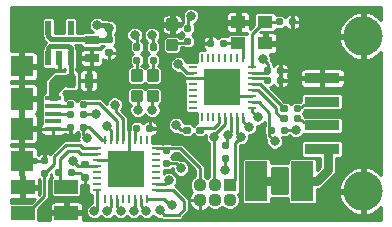
<source format=gtl>
G75*
G70*
%OFA0B0*%
%FSLAX24Y24*%
%IPPOS*%
%LPD*%
%AMOC8*
5,1,8,0,0,1.08239X$1,22.5*
%
%ADD10R,0.0315X0.0472*%
%ADD11C,0.0130*%
%ADD12R,0.0472X0.0315*%
%ADD13R,0.0748X0.1339*%
%ADD14R,0.0551X0.0138*%
%ADD15R,0.0748X0.0709*%
%ADD16R,0.0748X0.0748*%
%ADD17C,0.1310*%
%ADD18R,0.1181X0.0354*%
%ADD19C,0.0440*%
%ADD20R,0.0440X0.0440*%
%ADD21C,0.0118*%
%ADD22R,0.0315X0.0112*%
%ADD23R,0.0112X0.0315*%
%ADD24R,0.1240X0.1240*%
%ADD25R,0.0787X0.0472*%
%ADD26R,0.0512X0.0433*%
%ADD27R,0.0217X0.0472*%
%ADD28C,0.0100*%
%ADD29C,0.0330*%
%ADD30C,0.0160*%
%ADD31C,0.0300*%
D10*
X003355Y006000D03*
X003945Y006000D03*
D11*
X003820Y005251D02*
X003714Y005251D01*
X003820Y005251D02*
X003820Y005145D01*
X003714Y005145D01*
X003714Y005251D01*
X003386Y005251D02*
X003280Y005251D01*
X003386Y005251D02*
X003386Y005145D01*
X003280Y005145D01*
X003280Y005251D01*
X003280Y004911D02*
X003386Y004911D01*
X003386Y004805D01*
X003280Y004805D01*
X003280Y004911D01*
X003714Y004911D02*
X003820Y004911D01*
X003820Y004805D01*
X003714Y004805D01*
X003714Y004911D01*
X003714Y004503D02*
X003820Y004503D01*
X003820Y004397D01*
X003714Y004397D01*
X003714Y004503D01*
X003386Y004503D02*
X003280Y004503D01*
X003386Y004503D02*
X003386Y004397D01*
X003280Y004397D01*
X003280Y004503D01*
X002523Y003380D02*
X002523Y003274D01*
X002417Y003274D01*
X002417Y003380D01*
X002523Y003380D01*
X002523Y002946D02*
X002523Y002840D01*
X002417Y002840D01*
X002417Y002946D01*
X002523Y002946D01*
X002880Y002877D02*
X002986Y002877D01*
X002880Y002877D02*
X002880Y002983D01*
X002986Y002983D01*
X002986Y002877D01*
X003314Y002877D02*
X003420Y002877D01*
X003314Y002877D02*
X003314Y002983D01*
X003420Y002983D01*
X003420Y002877D01*
X003767Y002826D02*
X003767Y002720D01*
X003767Y002826D02*
X003873Y002826D01*
X003873Y002720D01*
X003767Y002720D01*
X003767Y003154D02*
X003767Y003260D01*
X003873Y003260D01*
X003873Y003154D01*
X003767Y003154D01*
X005495Y004357D02*
X005601Y004357D01*
X005495Y004357D02*
X005495Y004463D01*
X005601Y004463D01*
X005601Y004357D01*
X005929Y004357D02*
X006035Y004357D01*
X005929Y004357D02*
X005929Y004463D01*
X006035Y004463D01*
X006035Y004357D01*
X006497Y003730D02*
X006497Y003624D01*
X006497Y003730D02*
X006603Y003730D01*
X006603Y003624D01*
X006497Y003624D01*
X006497Y003296D02*
X006497Y003190D01*
X006497Y003296D02*
X006603Y003296D01*
X006603Y003190D01*
X006497Y003190D01*
X007170Y004403D02*
X007276Y004403D01*
X007276Y004297D01*
X007170Y004297D01*
X007170Y004403D01*
X007604Y004403D02*
X007710Y004403D01*
X007710Y004297D01*
X007604Y004297D01*
X007604Y004403D01*
X008447Y003895D02*
X008447Y003789D01*
X008447Y003895D02*
X008553Y003895D01*
X008553Y003789D01*
X008447Y003789D01*
X008447Y003461D02*
X008447Y003355D01*
X008447Y003461D02*
X008553Y003461D01*
X008553Y003355D01*
X008447Y003355D01*
X009980Y004297D02*
X010086Y004297D01*
X009980Y004297D02*
X009980Y004403D01*
X010086Y004403D01*
X010086Y004297D01*
X010414Y004297D02*
X010520Y004297D01*
X010414Y004297D02*
X010414Y004403D01*
X010520Y004403D01*
X010520Y004297D01*
X010511Y004677D02*
X010405Y004677D01*
X010405Y004783D01*
X010511Y004783D01*
X010511Y004677D01*
X010839Y004677D02*
X010945Y004677D01*
X010839Y004677D02*
X010839Y004783D01*
X010945Y004783D01*
X010945Y004677D01*
X010945Y005017D02*
X010839Y005017D01*
X010839Y005123D01*
X010945Y005123D01*
X010945Y005017D01*
X010511Y005017D02*
X010405Y005017D01*
X010405Y005123D01*
X010511Y005123D01*
X010511Y005017D01*
X010400Y005957D02*
X010294Y005957D01*
X010294Y006063D01*
X010400Y006063D01*
X010400Y005957D01*
X009966Y005957D02*
X009860Y005957D01*
X009860Y006063D01*
X009966Y006063D01*
X009966Y005957D01*
X009966Y006277D02*
X009860Y006277D01*
X009860Y006383D01*
X009966Y006383D01*
X009966Y006277D01*
X010294Y006277D02*
X010400Y006277D01*
X010294Y006277D02*
X010294Y006383D01*
X010400Y006383D01*
X010400Y006277D01*
X008500Y007298D02*
X008394Y007298D01*
X008500Y007298D02*
X008500Y007192D01*
X008394Y007192D01*
X008394Y007298D01*
X008066Y007298D02*
X007960Y007298D01*
X008066Y007298D02*
X008066Y007192D01*
X007960Y007192D01*
X007960Y007298D01*
X007303Y007255D02*
X007303Y007361D01*
X007303Y007255D02*
X007197Y007255D01*
X007197Y007361D01*
X007303Y007361D01*
X007303Y007689D02*
X007303Y007795D01*
X007303Y007689D02*
X007197Y007689D01*
X007197Y007795D01*
X007303Y007795D01*
X006042Y007170D02*
X006042Y007064D01*
X006042Y007170D02*
X006148Y007170D01*
X006148Y007064D01*
X006042Y007064D01*
X005492Y007064D02*
X005492Y007170D01*
X005598Y007170D01*
X005598Y007064D01*
X005492Y007064D01*
X005492Y006736D02*
X005492Y006630D01*
X005492Y006736D02*
X005598Y006736D01*
X005598Y006630D01*
X005492Y006630D01*
X006042Y006630D02*
X006042Y006736D01*
X006148Y006736D01*
X006148Y006630D01*
X006042Y006630D01*
X004567Y006870D02*
X004567Y006976D01*
X004673Y006976D01*
X004673Y006870D01*
X004567Y006870D01*
X004567Y007304D02*
X004567Y007410D01*
X004673Y007410D01*
X004673Y007304D01*
X004567Y007304D01*
X010250Y007907D02*
X010356Y007907D01*
X010250Y007907D02*
X010250Y008013D01*
X010356Y008013D01*
X010356Y007907D01*
X010684Y007907D02*
X010790Y007907D01*
X010684Y007907D02*
X010684Y008013D01*
X010790Y008013D01*
X010790Y007907D01*
D12*
X004040Y007345D03*
X004040Y006755D03*
D13*
X009532Y002650D03*
X011068Y002650D03*
D14*
X002763Y004388D03*
X002763Y004644D03*
X002763Y004900D03*
X002763Y005156D03*
X002763Y005412D03*
D15*
X001720Y006475D03*
X001720Y003325D03*
D16*
X001720Y004400D03*
X001720Y005400D03*
D17*
X013090Y007485D03*
X013090Y002315D03*
D18*
X011732Y003719D03*
X011732Y004506D03*
X011732Y005294D03*
X011732Y006081D03*
D19*
X008150Y002520D03*
X007650Y002520D03*
X007650Y002020D03*
X008150Y002020D03*
X008650Y002020D03*
D20*
X008650Y002520D03*
D21*
X006233Y005618D02*
X005957Y005618D01*
X006233Y005618D02*
X006233Y005342D01*
X005957Y005342D01*
X005957Y005618D01*
X005957Y005459D02*
X006233Y005459D01*
X006233Y005576D02*
X005957Y005576D01*
X005683Y005618D02*
X005407Y005618D01*
X005683Y005618D02*
X005683Y005342D01*
X005407Y005342D01*
X005407Y005618D01*
X005407Y005459D02*
X005683Y005459D01*
X005683Y005576D02*
X005407Y005576D01*
X005407Y006308D02*
X005683Y006308D01*
X005683Y006032D01*
X005407Y006032D01*
X005407Y006308D01*
X005407Y006149D02*
X005683Y006149D01*
X005683Y006266D02*
X005407Y006266D01*
X005957Y006308D02*
X006233Y006308D01*
X006233Y006032D01*
X005957Y006032D01*
X005957Y006308D01*
X005957Y006149D02*
X006233Y006149D01*
X006233Y006266D02*
X005957Y006266D01*
X006587Y007042D02*
X006863Y007042D01*
X006587Y007042D02*
X006587Y007318D01*
X006863Y007318D01*
X006863Y007042D01*
X006863Y007159D02*
X006587Y007159D01*
X006587Y007276D02*
X006863Y007276D01*
X006863Y007732D02*
X006587Y007732D01*
X006587Y008008D01*
X006863Y008008D01*
X006863Y007732D01*
X006863Y007849D02*
X006587Y007849D01*
X006587Y007966D02*
X006863Y007966D01*
D22*
X007416Y006464D03*
X007416Y006267D03*
X007416Y006070D03*
X007416Y005873D03*
X007416Y005677D03*
X007416Y005480D03*
X007416Y005283D03*
X007416Y005086D03*
X009384Y005086D03*
X009384Y005283D03*
X009384Y005480D03*
X009384Y005677D03*
X009384Y005873D03*
X009384Y006070D03*
X009384Y006267D03*
X009384Y006464D03*
X006174Y003739D03*
X006174Y003542D03*
X006174Y003345D03*
X006174Y003148D03*
X006174Y002952D03*
X006174Y002755D03*
X006174Y002558D03*
X006174Y002361D03*
X004206Y002361D03*
X004206Y002558D03*
X004206Y002755D03*
X004206Y002952D03*
X004206Y003148D03*
X004206Y003345D03*
X004206Y003542D03*
X004206Y003739D03*
D23*
X004501Y004034D03*
X004698Y004034D03*
X004895Y004034D03*
X005092Y004034D03*
X005288Y004034D03*
X005485Y004034D03*
X005682Y004034D03*
X005879Y004034D03*
X007711Y004791D03*
X007908Y004791D03*
X008105Y004791D03*
X008302Y004791D03*
X008498Y004791D03*
X008695Y004791D03*
X008892Y004791D03*
X009089Y004791D03*
X009089Y006759D03*
X008892Y006759D03*
X008695Y006759D03*
X008498Y006759D03*
X008302Y006759D03*
X008105Y006759D03*
X007908Y006759D03*
X007711Y006759D03*
X005879Y002066D03*
X005682Y002066D03*
X005485Y002066D03*
X005288Y002066D03*
X005092Y002066D03*
X004895Y002066D03*
X004698Y002066D03*
X004501Y002066D03*
D24*
X005190Y003050D03*
X008400Y005775D03*
D25*
X003198Y002453D03*
X001742Y002453D03*
X001742Y001587D03*
X003198Y001587D03*
D26*
X008922Y007241D03*
X009828Y007241D03*
X009828Y007949D03*
X008922Y007949D03*
D27*
X003344Y007762D03*
X002596Y007762D03*
X002596Y006738D03*
X002970Y006738D03*
X003344Y006738D03*
D28*
X002245Y001709D02*
X002245Y001350D01*
X002655Y001350D01*
X002655Y001537D01*
X003148Y001537D01*
X003148Y001637D01*
X002655Y001637D01*
X002655Y001843D01*
X002665Y001881D01*
X002685Y001915D01*
X002713Y001943D01*
X002747Y001963D01*
X002785Y001973D01*
X003148Y001973D01*
X003148Y001637D01*
X003248Y001637D01*
X003248Y001973D01*
X003612Y001973D01*
X003650Y001963D01*
X003684Y001943D01*
X003712Y001915D01*
X003732Y001881D01*
X003742Y001843D01*
X003742Y001637D01*
X003248Y001637D01*
X003248Y001537D01*
X003742Y001537D01*
X003742Y001350D01*
X013700Y001350D01*
X013700Y001788D01*
X013697Y001783D01*
X013622Y001708D01*
X013538Y001644D01*
X013447Y001591D01*
X013349Y001551D01*
X013247Y001524D01*
X013143Y001510D01*
X013140Y001510D01*
X013140Y002265D01*
X013040Y002265D01*
X013040Y001510D01*
X013037Y001510D01*
X012933Y001524D01*
X012831Y001551D01*
X012733Y001591D01*
X012642Y001644D01*
X012558Y001708D01*
X012483Y001783D01*
X012419Y001867D01*
X012366Y001958D01*
X012326Y002056D01*
X012299Y002158D01*
X012285Y002262D01*
X012285Y002265D01*
X013040Y002265D01*
X013040Y002365D01*
X013040Y003120D01*
X013037Y003120D01*
X012933Y003106D01*
X012831Y003079D01*
X012733Y003039D01*
X012642Y002986D01*
X012558Y002922D01*
X012483Y002847D01*
X012419Y002763D01*
X012366Y002672D01*
X012326Y002574D01*
X012299Y002472D01*
X012285Y002368D01*
X012285Y002365D01*
X013040Y002365D01*
X013140Y002365D01*
X013140Y003120D01*
X013143Y003120D01*
X013247Y003106D01*
X013349Y003079D01*
X013447Y003039D01*
X013538Y002986D01*
X013622Y002922D01*
X013697Y002847D01*
X013700Y002842D01*
X013700Y006958D01*
X013697Y006953D01*
X013622Y006878D01*
X013538Y006814D01*
X013447Y006761D01*
X013349Y006721D01*
X013247Y006694D01*
X013143Y006680D01*
X013140Y006680D01*
X013140Y007435D01*
X013040Y007435D01*
X013040Y006680D01*
X013037Y006680D01*
X012933Y006694D01*
X012831Y006721D01*
X012733Y006761D01*
X012642Y006814D01*
X012558Y006878D01*
X012483Y006953D01*
X012419Y007037D01*
X012366Y007128D01*
X012326Y007226D01*
X012299Y007328D01*
X012285Y007432D01*
X012285Y007435D01*
X013040Y007435D01*
X013040Y007535D01*
X013040Y008290D01*
X013037Y008290D01*
X012933Y008276D01*
X012831Y008249D01*
X012733Y008209D01*
X012642Y008156D01*
X012558Y008092D01*
X012483Y008017D01*
X012419Y007933D01*
X012366Y007842D01*
X012326Y007744D01*
X012299Y007642D01*
X012285Y007538D01*
X012285Y007535D01*
X013040Y007535D01*
X013140Y007535D01*
X013140Y008290D01*
X013143Y008290D01*
X013247Y008276D01*
X013349Y008249D01*
X013447Y008209D01*
X013538Y008156D01*
X013622Y008092D01*
X013697Y008017D01*
X013700Y008012D01*
X013700Y008450D01*
X001350Y008450D01*
X001350Y006979D01*
X001670Y006979D01*
X001670Y006525D01*
X001770Y006525D01*
X001770Y006979D01*
X002114Y006979D01*
X002152Y006969D01*
X002186Y006949D01*
X002214Y006921D01*
X002234Y006887D01*
X002244Y006849D01*
X002244Y006525D01*
X001770Y006525D01*
X001770Y006425D01*
X002244Y006425D01*
X002244Y006101D01*
X002234Y006063D01*
X002214Y006028D01*
X002186Y006000D01*
X002152Y005981D01*
X002114Y005970D01*
X001770Y005970D01*
X001770Y006425D01*
X001670Y006425D01*
X001670Y005970D01*
X001350Y005970D01*
X001350Y005924D01*
X001670Y005924D01*
X001670Y005450D01*
X001770Y005450D01*
X001770Y005924D01*
X002114Y005924D01*
X002152Y005914D01*
X002186Y005894D01*
X002214Y005866D01*
X002234Y005832D01*
X002244Y005794D01*
X002244Y005450D01*
X001770Y005450D01*
X001770Y005350D01*
X002244Y005350D01*
X002244Y005006D01*
X002234Y004968D01*
X002214Y004934D01*
X002186Y004906D01*
X002176Y004900D01*
X002186Y004894D01*
X002214Y004866D01*
X002234Y004832D01*
X002244Y004794D01*
X002244Y004450D01*
X001770Y004450D01*
X001770Y004350D01*
X002244Y004350D01*
X002244Y004006D01*
X002234Y003968D01*
X002214Y003934D01*
X002186Y003906D01*
X002152Y003886D01*
X002114Y003876D01*
X001770Y003876D01*
X001770Y004350D01*
X001670Y004350D01*
X001670Y003876D01*
X001350Y003876D01*
X001350Y003830D01*
X001670Y003830D01*
X001670Y003375D01*
X001770Y003375D01*
X002202Y003375D01*
X002202Y003336D01*
X002461Y003336D01*
X002461Y003595D01*
X002389Y003595D01*
X002334Y003580D01*
X002285Y003552D01*
X002245Y003512D01*
X002244Y003510D01*
X002244Y003699D01*
X002234Y003737D01*
X002214Y003772D01*
X002186Y003800D01*
X002152Y003819D01*
X002114Y003830D01*
X001770Y003830D01*
X001770Y003375D01*
X001770Y003275D01*
X001770Y002821D01*
X001792Y002821D01*
X001792Y002503D01*
X002285Y002503D01*
X002285Y002709D01*
X002280Y002730D01*
X002310Y002700D01*
X002310Y002226D01*
X002285Y002202D01*
X002285Y002403D01*
X001792Y002403D01*
X001792Y002503D01*
X001692Y002503D01*
X001692Y002839D01*
X001670Y002839D01*
X001670Y003275D01*
X001770Y003275D01*
X002202Y003275D01*
X002202Y003317D01*
X001770Y003317D01*
X001770Y003219D02*
X001670Y003219D01*
X001670Y003120D02*
X001770Y003120D01*
X001770Y003022D02*
X001670Y003022D01*
X001670Y002923D02*
X001770Y002923D01*
X001770Y002825D02*
X001692Y002825D01*
X001692Y002726D02*
X001792Y002726D01*
X001792Y002628D02*
X001692Y002628D01*
X001692Y002529D02*
X001792Y002529D01*
X001792Y002431D02*
X002310Y002431D01*
X002310Y002529D02*
X002285Y002529D01*
X002285Y002628D02*
X002310Y002628D01*
X002284Y002726D02*
X002281Y002726D01*
X002470Y002893D02*
X002800Y003223D01*
X002800Y003470D01*
X003180Y003850D01*
X003650Y003850D01*
X003761Y003739D01*
X004206Y003739D01*
X004206Y003542D02*
X003688Y003542D01*
X003580Y003650D01*
X003268Y003650D01*
X002996Y003378D01*
X002996Y002998D01*
X002933Y002930D01*
X003000Y002930D01*
X003000Y002580D01*
X003198Y002580D01*
X003198Y002453D01*
X002695Y002431D02*
X002630Y002431D01*
X002630Y002529D02*
X002695Y002529D01*
X002695Y002628D02*
X002630Y002628D01*
X002630Y002700D02*
X002698Y002768D01*
X002698Y002895D01*
X002705Y002903D01*
X002705Y002804D01*
X002735Y002775D01*
X002695Y002735D01*
X002695Y002171D01*
X002759Y002107D01*
X003638Y002107D01*
X003702Y002171D01*
X003702Y002515D01*
X003739Y002505D01*
X003811Y002505D01*
X003811Y002764D01*
X003829Y002764D01*
X003829Y002505D01*
X003901Y002505D01*
X003938Y002515D01*
X003938Y002259D01*
X004003Y002195D01*
X004046Y002195D01*
X004046Y001908D01*
X003974Y001878D01*
X003897Y001801D01*
X003855Y001700D01*
X003855Y001590D01*
X003897Y001489D01*
X003974Y001412D01*
X004075Y001370D01*
X004185Y001370D01*
X004286Y001412D01*
X004350Y001476D01*
X004409Y001417D01*
X004510Y001375D01*
X004620Y001375D01*
X004721Y001417D01*
X004790Y001486D01*
X004859Y001417D01*
X004960Y001375D01*
X005070Y001375D01*
X005171Y001417D01*
X005228Y001474D01*
X005284Y001417D01*
X005385Y001375D01*
X005495Y001375D01*
X005596Y001417D01*
X005652Y001474D01*
X005709Y001417D01*
X005810Y001375D01*
X005920Y001375D01*
X006021Y001417D01*
X006098Y001494D01*
X006101Y001500D01*
X006159Y001442D01*
X006260Y001400D01*
X006364Y001400D01*
X006395Y001369D01*
X007009Y001369D01*
X007103Y001462D01*
X007103Y001462D01*
X007186Y001545D01*
X007280Y001639D01*
X007280Y002056D01*
X007280Y002020D01*
X007650Y002020D01*
X007650Y001650D01*
X007686Y001650D01*
X007758Y001664D01*
X007825Y001692D01*
X007886Y001733D01*
X007928Y001775D01*
X007963Y001740D01*
X008084Y001690D01*
X008216Y001690D01*
X008337Y001740D01*
X008400Y001803D01*
X008463Y001740D01*
X008584Y001690D01*
X008716Y001690D01*
X008837Y001740D01*
X008930Y001833D01*
X008980Y001954D01*
X008980Y002086D01*
X008931Y002205D01*
X008980Y002254D01*
X008980Y002624D01*
X008985Y002629D01*
X008985Y003850D01*
X009080Y003850D01*
X009181Y003892D01*
X009258Y003969D01*
X009300Y004070D01*
X009300Y004175D01*
X009330Y004175D01*
X009431Y004217D01*
X009508Y004294D01*
X009550Y004395D01*
X009550Y004500D01*
X009630Y004500D01*
X009731Y004542D01*
X009808Y004619D01*
X009810Y004624D01*
X009810Y004480D01*
X009805Y004476D01*
X009805Y004283D01*
X009804Y004270D01*
X009805Y004269D01*
X009805Y004224D01*
X009810Y004220D01*
X009810Y004079D01*
X009865Y004024D01*
X009865Y003920D01*
X009907Y003819D01*
X009984Y003742D01*
X010085Y003700D01*
X010195Y003700D01*
X010296Y003742D01*
X010373Y003819D01*
X010415Y003920D01*
X010415Y004030D01*
X010377Y004122D01*
X010592Y004122D01*
X010641Y004170D01*
X010694Y004117D01*
X010795Y004075D01*
X010905Y004075D01*
X011006Y004117D01*
X011083Y004194D01*
X011094Y004221D01*
X011096Y004219D01*
X012368Y004219D01*
X012432Y004284D01*
X012432Y004729D01*
X012368Y004793D01*
X011153Y004793D01*
X011120Y004827D01*
X011120Y004856D01*
X011075Y004900D01*
X011120Y004944D01*
X011120Y004973D01*
X011153Y005007D01*
X012368Y005007D01*
X012432Y005071D01*
X012432Y005516D01*
X012368Y005581D01*
X011096Y005581D01*
X011031Y005516D01*
X011031Y005330D01*
X011024Y005330D01*
X010992Y005298D01*
X010766Y005298D01*
X010675Y005207D01*
X010584Y005298D01*
X010468Y005298D01*
X009984Y005782D01*
X010039Y005782D01*
X010107Y005850D01*
X010121Y005825D01*
X010161Y005785D01*
X010210Y005757D01*
X010265Y005742D01*
X010337Y005742D01*
X010337Y006001D01*
X010356Y006001D01*
X010356Y006019D01*
X010615Y006019D01*
X010615Y006091D01*
X010600Y006146D01*
X010586Y006170D01*
X010600Y006194D01*
X010615Y006249D01*
X010615Y006321D01*
X010356Y006321D01*
X010356Y006339D01*
X010615Y006339D01*
X010615Y006411D01*
X010600Y006466D01*
X010572Y006515D01*
X010532Y006555D01*
X010483Y006583D01*
X010428Y006598D01*
X010356Y006598D01*
X010356Y006339D01*
X010337Y006339D01*
X010337Y006598D01*
X010265Y006598D01*
X010210Y006583D01*
X010161Y006555D01*
X010121Y006515D01*
X010107Y006490D01*
X010073Y006524D01*
X010073Y006618D01*
X010030Y006661D01*
X010030Y006765D01*
X009988Y006866D01*
X009980Y006874D01*
X010103Y006874D01*
X010142Y006884D01*
X010176Y006904D01*
X010204Y006932D01*
X010223Y006966D01*
X010234Y007004D01*
X010234Y007191D01*
X009878Y007191D01*
X009878Y007291D01*
X009778Y007291D01*
X009778Y007607D01*
X009663Y007607D01*
X009679Y007623D01*
X010129Y007623D01*
X010194Y007687D01*
X010194Y007732D01*
X010429Y007732D01*
X010497Y007800D01*
X010511Y007775D01*
X010551Y007735D01*
X010600Y007707D01*
X010655Y007692D01*
X010727Y007692D01*
X010727Y007951D01*
X010746Y007951D01*
X010746Y007969D01*
X011005Y007969D01*
X011005Y008041D01*
X010990Y008096D01*
X010962Y008145D01*
X010922Y008185D01*
X010873Y008213D01*
X010818Y008228D01*
X010746Y008228D01*
X010746Y007969D01*
X010727Y007969D01*
X010727Y008228D01*
X010655Y008228D01*
X010600Y008213D01*
X010551Y008185D01*
X010511Y008145D01*
X010497Y008120D01*
X010429Y008188D01*
X010194Y008188D01*
X010194Y008211D01*
X010129Y008276D01*
X009526Y008276D01*
X009462Y008211D01*
X009462Y007858D01*
X009328Y007724D01*
X009328Y007899D01*
X008972Y007899D01*
X008972Y007583D01*
X009198Y007583D01*
X009224Y007590D01*
X009224Y007567D01*
X008621Y007567D01*
X008556Y007503D01*
X008556Y007473D01*
X008321Y007473D01*
X008253Y007405D01*
X008239Y007430D01*
X008199Y007470D01*
X008150Y007498D01*
X008095Y007513D01*
X008023Y007513D01*
X008023Y007254D01*
X008004Y007254D01*
X008004Y007236D01*
X007745Y007236D01*
X007745Y007164D01*
X007760Y007109D01*
X007788Y007060D01*
X007032Y007060D01*
X007032Y007109D02*
X007096Y007109D01*
X007124Y007080D01*
X007376Y007080D01*
X007478Y007183D01*
X007478Y007434D01*
X007387Y007525D01*
X007478Y007616D01*
X007478Y007867D01*
X007451Y007894D01*
X007506Y007917D01*
X007583Y007994D01*
X007625Y008095D01*
X007625Y008205D01*
X007583Y008306D01*
X007506Y008383D01*
X007405Y008425D01*
X007295Y008425D01*
X007194Y008383D01*
X007117Y008306D01*
X007075Y008205D01*
X007075Y008095D01*
X007090Y008059D01*
X007090Y007935D01*
X007022Y007867D01*
X007022Y007822D01*
X006773Y007822D01*
X006773Y007523D01*
X006890Y007523D01*
X006943Y007538D01*
X006991Y007565D01*
X007030Y007604D01*
X007031Y007606D01*
X007113Y007525D01*
X007022Y007434D01*
X007022Y007429D01*
X006990Y007429D01*
X006933Y007487D01*
X006517Y007487D01*
X006418Y007388D01*
X006418Y006972D01*
X006517Y006873D01*
X006933Y006873D01*
X007032Y006972D01*
X007032Y007109D01*
X007021Y006962D02*
X007545Y006962D01*
X007545Y006630D01*
X007213Y006630D01*
X007200Y006618D01*
X007168Y006696D01*
X007091Y006773D01*
X006990Y006815D01*
X006880Y006815D01*
X006779Y006773D01*
X006702Y006696D01*
X006660Y006595D01*
X006660Y006485D01*
X006702Y006384D01*
X006779Y006307D01*
X006880Y006265D01*
X006984Y006265D01*
X007108Y006140D01*
X007108Y006070D01*
X007108Y005995D01*
X007118Y005956D01*
X007138Y005922D01*
X007148Y005912D01*
X007148Y004984D01*
X007213Y004920D01*
X007545Y004920D01*
X007545Y004588D01*
X007555Y004578D01*
X007531Y004578D01*
X007440Y004487D01*
X007349Y004578D01*
X007124Y004578D01*
X007088Y004666D01*
X007011Y004743D01*
X006910Y004785D01*
X006800Y004785D01*
X006699Y004743D01*
X006622Y004666D01*
X006580Y004565D01*
X006580Y004455D01*
X006622Y004354D01*
X006699Y004277D01*
X006800Y004235D01*
X006904Y004235D01*
X006949Y004190D01*
X007030Y004190D01*
X007098Y004122D01*
X007349Y004122D01*
X007440Y004213D01*
X007531Y004122D01*
X007782Y004122D01*
X007852Y004192D01*
X007845Y004175D01*
X007845Y004065D01*
X007887Y003964D01*
X007960Y003891D01*
X007960Y002797D01*
X007900Y002737D01*
X007837Y002800D01*
X007810Y002811D01*
X007810Y003035D01*
X007811Y003035D01*
X007810Y003101D01*
X007810Y003166D01*
X007809Y003167D01*
X007809Y003168D01*
X007763Y003214D01*
X007716Y003260D01*
X007715Y003260D01*
X007176Y003790D01*
X007066Y003900D01*
X006680Y003900D01*
X006676Y003905D01*
X006523Y003905D01*
X006501Y003911D01*
X006488Y003905D01*
X006424Y003905D01*
X006419Y003899D01*
X006383Y003899D01*
X006377Y003905D01*
X006045Y003905D01*
X006045Y004142D01*
X006063Y004142D01*
X006118Y004157D01*
X006167Y004185D01*
X006207Y004225D01*
X006235Y004274D01*
X006250Y004329D01*
X006250Y004401D01*
X005991Y004401D01*
X005991Y004419D01*
X006250Y004419D01*
X006250Y004491D01*
X006235Y004546D01*
X006207Y004595D01*
X006167Y004635D01*
X006118Y004663D01*
X006063Y004678D01*
X005991Y004678D01*
X005991Y004419D01*
X005972Y004419D01*
X005972Y004678D01*
X005900Y004678D01*
X005845Y004663D01*
X005796Y004635D01*
X005756Y004595D01*
X005742Y004570D01*
X005674Y004638D01*
X005423Y004638D01*
X005320Y004536D01*
X005320Y004342D01*
X005288Y004342D01*
X005252Y004342D01*
X005252Y004795D01*
X005158Y004888D01*
X005025Y005021D01*
X005048Y005044D01*
X005090Y005145D01*
X005090Y005255D01*
X005048Y005356D01*
X004971Y005433D01*
X004870Y005475D01*
X004760Y005475D01*
X004659Y005433D01*
X004582Y005356D01*
X004540Y005255D01*
X004540Y005229D01*
X004359Y005410D01*
X003908Y005410D01*
X003892Y005426D01*
X003641Y005426D01*
X003550Y005335D01*
X003459Y005426D01*
X003208Y005426D01*
X003149Y005367D01*
X003149Y005526D01*
X003088Y005587D01*
X003155Y005654D01*
X003558Y005654D01*
X003622Y005718D01*
X003622Y006282D01*
X003558Y006346D01*
X003534Y006346D01*
X003534Y006428D01*
X003562Y006456D01*
X003562Y007020D01*
X003534Y007048D01*
X003534Y007155D01*
X003499Y007190D01*
X003694Y007190D01*
X003694Y007142D01*
X003758Y007078D01*
X004322Y007078D01*
X004386Y007142D01*
X004386Y007166D01*
X004457Y007166D01*
X004460Y007163D01*
X004435Y007149D01*
X004395Y007109D01*
X004367Y007060D01*
X004304Y007060D01*
X004296Y007062D02*
X004069Y007062D01*
X004069Y006783D01*
X004011Y006783D01*
X004011Y006726D01*
X003654Y006726D01*
X003654Y006577D01*
X003664Y006539D01*
X003684Y006505D01*
X003712Y006477D01*
X003746Y006457D01*
X003784Y006447D01*
X004011Y006447D01*
X004011Y006726D01*
X004069Y006726D01*
X004069Y006447D01*
X004296Y006447D01*
X004334Y006457D01*
X004368Y006477D01*
X004396Y006505D01*
X004416Y006539D01*
X004426Y006577D01*
X004426Y006707D01*
X004435Y006698D01*
X004484Y006670D01*
X004539Y006655D01*
X004611Y006655D01*
X004611Y006914D01*
X004629Y006914D01*
X004629Y006655D01*
X004701Y006655D01*
X004756Y006670D01*
X004805Y006698D01*
X004845Y006738D01*
X004873Y006787D01*
X004888Y006842D01*
X004888Y006914D01*
X004629Y006914D01*
X004629Y006933D01*
X004888Y006933D01*
X004888Y007005D01*
X004873Y007060D01*
X005317Y007060D01*
X005317Y006991D02*
X005408Y006900D01*
X005317Y006809D01*
X005317Y006558D01*
X005385Y006490D01*
X005385Y006477D01*
X005337Y006477D01*
X005238Y006378D01*
X005238Y005962D01*
X005337Y005863D01*
X005753Y005863D01*
X005820Y005931D01*
X005887Y005863D01*
X006303Y005863D01*
X006402Y005962D01*
X006402Y006378D01*
X006303Y006477D01*
X006255Y006477D01*
X006255Y006490D01*
X006323Y006558D01*
X006323Y006809D01*
X006232Y006900D01*
X006323Y006991D01*
X006323Y007242D01*
X006255Y007310D01*
X006255Y007331D01*
X006283Y007359D01*
X006325Y007460D01*
X006325Y007570D01*
X006283Y007671D01*
X006206Y007748D01*
X006105Y007790D01*
X005995Y007790D01*
X005894Y007748D01*
X005817Y007671D01*
X005775Y007570D01*
X005775Y007460D01*
X005817Y007359D01*
X005894Y007282D01*
X005903Y007278D01*
X005867Y007242D01*
X005867Y006991D01*
X005958Y006900D01*
X005867Y006809D01*
X005867Y006558D01*
X005935Y006490D01*
X005935Y006477D01*
X005887Y006477D01*
X005820Y006410D01*
X005753Y006477D01*
X005705Y006477D01*
X005705Y006490D01*
X005773Y006558D01*
X005773Y006809D01*
X005682Y006900D01*
X005773Y006991D01*
X005773Y007242D01*
X005705Y007310D01*
X005705Y007356D01*
X005708Y007359D01*
X005750Y007460D01*
X005750Y007570D01*
X005708Y007671D01*
X005631Y007748D01*
X005530Y007790D01*
X005420Y007790D01*
X005319Y007748D01*
X005242Y007671D01*
X005200Y007570D01*
X005200Y007460D01*
X005242Y007359D01*
X005319Y007282D01*
X005346Y007271D01*
X005317Y007242D01*
X005317Y006991D01*
X005346Y006962D02*
X004888Y006962D01*
X004873Y007060D02*
X004845Y007109D01*
X004805Y007149D01*
X004780Y007163D01*
X004848Y007231D01*
X004848Y007482D01*
X004810Y007520D01*
X004810Y007551D01*
X004853Y007594D01*
X004895Y007695D01*
X004895Y007805D01*
X004853Y007906D01*
X004776Y007983D01*
X004675Y008025D01*
X004614Y008025D01*
X004599Y008040D01*
X004419Y008040D01*
X004376Y008083D01*
X004275Y008125D01*
X004165Y008125D01*
X004064Y008083D01*
X003987Y008006D01*
X003945Y007905D01*
X003945Y007795D01*
X003987Y007694D01*
X004064Y007617D01*
X004074Y007613D01*
X003758Y007613D01*
X003715Y007570D01*
X003562Y007570D01*
X003562Y008044D01*
X003498Y008108D01*
X003190Y008108D01*
X003126Y008044D01*
X003126Y007570D01*
X002814Y007570D01*
X002814Y008044D01*
X002750Y008108D01*
X002442Y008108D01*
X002378Y008044D01*
X002378Y007480D01*
X002406Y007452D01*
X002406Y007395D01*
X002500Y007301D01*
X002526Y007275D01*
X002517Y007266D01*
X002406Y007155D01*
X002406Y007048D01*
X002378Y007020D01*
X002378Y006456D01*
X002442Y006392D01*
X002750Y006392D01*
X002755Y006397D01*
X002770Y006382D01*
X002804Y006362D01*
X002842Y006352D01*
X002966Y006352D01*
X002966Y006734D01*
X002974Y006734D01*
X002974Y006352D01*
X003098Y006352D01*
X003136Y006362D01*
X003154Y006372D01*
X003154Y006346D01*
X003152Y006346D01*
X003115Y006310D01*
X002784Y006310D01*
X002584Y006110D01*
X002490Y006016D01*
X002490Y005591D01*
X002442Y005591D01*
X002378Y005526D01*
X002378Y005297D01*
X002391Y005284D01*
X002378Y005270D01*
X002378Y005041D01*
X002391Y005028D01*
X002378Y005014D01*
X002378Y004786D01*
X002391Y004772D01*
X002378Y004759D01*
X002378Y004559D01*
X002368Y004549D01*
X002348Y004515D01*
X002338Y004477D01*
X002338Y004388D01*
X002338Y004300D01*
X002348Y004261D01*
X002368Y004227D01*
X002396Y004199D01*
X002430Y004180D01*
X002468Y004169D01*
X002763Y004169D01*
X002763Y004388D01*
X002338Y004388D01*
X002763Y004388D01*
X002763Y004388D01*
X002763Y004388D01*
X002763Y004169D01*
X003059Y004169D01*
X003097Y004180D01*
X003131Y004199D01*
X003154Y004222D01*
X003197Y004197D01*
X003252Y004182D01*
X003324Y004182D01*
X003324Y004441D01*
X003343Y004441D01*
X003343Y004182D01*
X003415Y004182D01*
X003470Y004197D01*
X003519Y004225D01*
X003559Y004265D01*
X003573Y004290D01*
X003607Y004256D01*
X003607Y004128D01*
X003605Y004125D01*
X003605Y004015D01*
X003607Y004010D01*
X003114Y004010D01*
X002655Y003552D01*
X002606Y003580D01*
X002551Y003595D01*
X002479Y003595D01*
X002479Y003336D01*
X002461Y003336D01*
X002461Y003317D01*
X002202Y003317D01*
X002244Y003514D02*
X002247Y003514D01*
X002244Y003613D02*
X002716Y003613D01*
X002655Y003552D02*
X002655Y003552D01*
X002479Y003514D02*
X002461Y003514D01*
X002461Y003416D02*
X002479Y003416D01*
X002241Y003711D02*
X002815Y003711D01*
X002913Y003810D02*
X002169Y003810D01*
X002188Y003908D02*
X003012Y003908D01*
X003110Y004007D02*
X002244Y004007D01*
X002244Y004105D02*
X003605Y004105D01*
X003607Y004204D02*
X003482Y004204D01*
X003343Y004204D02*
X003324Y004204D01*
X003324Y004302D02*
X003343Y004302D01*
X003333Y004388D02*
X003333Y004450D01*
X003324Y004401D02*
X003343Y004401D01*
X003333Y004388D02*
X002763Y004388D01*
X002763Y004302D02*
X002763Y004302D01*
X002763Y004204D02*
X002763Y004204D01*
X003135Y004204D02*
X003185Y004204D01*
X003767Y004183D02*
X003767Y004450D01*
X003970Y004450D01*
X004386Y004034D01*
X004501Y004034D01*
X004698Y004034D02*
X004698Y004312D01*
X004540Y004470D01*
X004895Y004648D02*
X004895Y004034D01*
X005092Y004034D02*
X005092Y004728D01*
X004840Y004980D01*
X004840Y005175D01*
X004815Y005200D01*
X004612Y005386D02*
X004384Y005386D01*
X004482Y005287D02*
X004553Y005287D01*
X004293Y005250D02*
X004895Y004648D01*
X005153Y004893D02*
X005332Y004893D01*
X005342Y004869D02*
X005419Y004792D01*
X005520Y004750D01*
X005630Y004750D01*
X005731Y004792D01*
X005808Y004869D01*
X005820Y004898D01*
X005832Y004869D01*
X005909Y004792D01*
X006010Y004750D01*
X006120Y004750D01*
X006221Y004792D01*
X006298Y004869D01*
X006340Y004970D01*
X006340Y005080D01*
X006301Y005173D01*
X006303Y005173D01*
X006402Y005272D01*
X006402Y005688D01*
X006303Y005787D01*
X005887Y005787D01*
X005820Y005719D01*
X005753Y005787D01*
X005337Y005787D01*
X005238Y005688D01*
X005238Y005272D01*
X005337Y005173D01*
X005339Y005173D01*
X005300Y005080D01*
X005300Y004970D01*
X005342Y004869D01*
X005417Y004795D02*
X005252Y004795D01*
X005252Y004696D02*
X006652Y004696D01*
X006594Y004598D02*
X006204Y004598D01*
X006248Y004499D02*
X006580Y004499D01*
X006603Y004401D02*
X006250Y004401D01*
X006243Y004302D02*
X006674Y004302D01*
X006855Y004510D02*
X007015Y004350D01*
X007223Y004350D01*
X007428Y004499D02*
X007452Y004499D01*
X007545Y004598D02*
X007116Y004598D01*
X007058Y004696D02*
X007545Y004696D01*
X007545Y004795D02*
X006223Y004795D01*
X006308Y004893D02*
X007545Y004893D01*
X007148Y004992D02*
X006340Y004992D01*
X006336Y005090D02*
X007148Y005090D01*
X007148Y005189D02*
X006318Y005189D01*
X006402Y005287D02*
X007148Y005287D01*
X007148Y005386D02*
X006402Y005386D01*
X006402Y005484D02*
X007148Y005484D01*
X007148Y005583D02*
X006402Y005583D01*
X006402Y005681D02*
X007148Y005681D01*
X007148Y005780D02*
X006310Y005780D01*
X006317Y005878D02*
X007148Y005878D01*
X007113Y005977D02*
X006402Y005977D01*
X006402Y006075D02*
X007108Y006075D01*
X007108Y006070D02*
X007416Y006070D01*
X008105Y006070D01*
X008400Y005775D01*
X008695Y005480D01*
X009384Y005480D01*
X009384Y005677D02*
X009588Y005677D01*
X010185Y005080D01*
X010185Y004940D01*
X010395Y004730D01*
X010458Y004730D01*
X010458Y005070D02*
X010458Y005081D01*
X009666Y005873D01*
X009384Y005873D01*
X009384Y006070D02*
X009859Y006070D01*
X009913Y006010D01*
X009913Y006267D02*
X009913Y006330D01*
X009913Y006552D01*
X009755Y006710D01*
X010030Y006666D02*
X013700Y006666D01*
X013700Y006568D02*
X010510Y006568D01*
X010598Y006469D02*
X013700Y006469D01*
X013700Y006371D02*
X012422Y006371D01*
X012414Y006378D02*
X012380Y006398D01*
X012342Y006408D01*
X011770Y006408D01*
X011770Y006120D01*
X011693Y006120D01*
X011693Y006408D01*
X011121Y006408D01*
X011083Y006398D01*
X011049Y006378D01*
X011021Y006350D01*
X011001Y006316D01*
X010991Y006278D01*
X010991Y006120D01*
X011693Y006120D01*
X011693Y006043D01*
X010991Y006043D01*
X010991Y005884D01*
X011001Y005846D01*
X011021Y005812D01*
X011049Y005784D01*
X011083Y005764D01*
X011121Y005754D01*
X011693Y005754D01*
X011693Y006043D01*
X011770Y006043D01*
X011770Y006120D01*
X012472Y006120D01*
X012472Y006278D01*
X012462Y006316D01*
X012442Y006350D01*
X012414Y006378D01*
X012472Y006272D02*
X013700Y006272D01*
X013700Y006174D02*
X012472Y006174D01*
X012472Y006043D02*
X011770Y006043D01*
X011770Y005754D01*
X012342Y005754D01*
X012380Y005764D01*
X012414Y005784D01*
X012442Y005812D01*
X012462Y005846D01*
X012472Y005884D01*
X012472Y006043D01*
X012472Y005977D02*
X013700Y005977D01*
X013700Y006075D02*
X011770Y006075D01*
X011693Y006075D02*
X010615Y006075D01*
X010615Y006001D02*
X010356Y006001D01*
X010356Y005742D01*
X010428Y005742D01*
X010483Y005757D01*
X010532Y005785D01*
X010572Y005825D01*
X010600Y005874D01*
X010615Y005929D01*
X010615Y006001D01*
X010615Y005977D02*
X010991Y005977D01*
X010993Y005878D02*
X010601Y005878D01*
X010522Y005780D02*
X011057Y005780D01*
X011031Y005484D02*
X010282Y005484D01*
X010380Y005386D02*
X011031Y005386D01*
X010755Y005287D02*
X010595Y005287D01*
X010892Y005070D02*
X010900Y005070D01*
X010960Y005130D01*
X011050Y005130D01*
X011090Y005170D01*
X011608Y005170D01*
X011732Y005294D01*
X011693Y005780D02*
X011770Y005780D01*
X011770Y005878D02*
X011693Y005878D01*
X011693Y005977D02*
X011770Y005977D01*
X011770Y006174D02*
X011693Y006174D01*
X011693Y006272D02*
X011770Y006272D01*
X011770Y006371D02*
X011693Y006371D01*
X011041Y006371D02*
X010615Y006371D01*
X010615Y006272D02*
X010991Y006272D01*
X010991Y006174D02*
X010588Y006174D01*
X010356Y006174D02*
X010337Y006174D01*
X010337Y006272D02*
X010356Y006272D01*
X010356Y006278D02*
X010356Y006321D01*
X010337Y006321D01*
X010337Y006019D01*
X010356Y006019D01*
X010356Y006278D01*
X010356Y006371D02*
X010337Y006371D01*
X010337Y006469D02*
X010356Y006469D01*
X010356Y006568D02*
X010337Y006568D01*
X010183Y006568D02*
X010073Y006568D01*
X010030Y006765D02*
X012728Y006765D01*
X012578Y006863D02*
X009989Y006863D01*
X010221Y006962D02*
X012477Y006962D01*
X012406Y007060D02*
X010234Y007060D01*
X010234Y007159D02*
X012354Y007159D01*
X012318Y007257D02*
X009878Y007257D01*
X009878Y007291D02*
X010234Y007291D01*
X010234Y007477D01*
X010223Y007515D01*
X010204Y007549D01*
X010176Y007577D01*
X010142Y007597D01*
X010103Y007607D01*
X009878Y007607D01*
X009878Y007291D01*
X009878Y007356D02*
X009778Y007356D01*
X009778Y007454D02*
X009878Y007454D01*
X009878Y007553D02*
X009778Y007553D01*
X009698Y007820D02*
X009650Y007820D01*
X009384Y007554D01*
X009384Y006464D01*
X009384Y006267D02*
X009913Y006267D01*
X010337Y006075D02*
X010356Y006075D01*
X010356Y005977D02*
X010337Y005977D01*
X010337Y005878D02*
X010356Y005878D01*
X010356Y005780D02*
X010337Y005780D01*
X010171Y005780D02*
X009986Y005780D01*
X010085Y005681D02*
X013700Y005681D01*
X013700Y005583D02*
X010183Y005583D01*
X009617Y005283D02*
X009970Y004930D01*
X009970Y004413D01*
X010033Y004350D01*
X010033Y004313D01*
X009970Y004320D01*
X009970Y004145D01*
X010140Y003975D01*
X009865Y004007D02*
X009274Y004007D01*
X009300Y004105D02*
X009810Y004105D01*
X009810Y004204D02*
X009399Y004204D01*
X009511Y004302D02*
X009805Y004302D01*
X009805Y004401D02*
X009550Y004401D01*
X009550Y004499D02*
X009810Y004499D01*
X009810Y004598D02*
X009786Y004598D01*
X009575Y004775D02*
X009384Y004966D01*
X009384Y005086D01*
X009384Y005283D02*
X009617Y005283D01*
X009089Y004791D02*
X009089Y004636D01*
X009275Y004450D01*
X009025Y004125D02*
X008892Y004233D01*
X008892Y004791D01*
X008695Y004791D02*
X008695Y004295D01*
X008595Y004195D01*
X008550Y004150D01*
X008550Y003850D01*
X008542Y003842D01*
X008500Y003842D01*
X008825Y003925D02*
X009025Y004125D01*
X008825Y003925D02*
X008825Y002695D01*
X008650Y002520D01*
X008980Y002529D02*
X009048Y002529D01*
X009048Y002431D02*
X008980Y002431D01*
X008980Y002332D02*
X009048Y002332D01*
X009048Y002234D02*
X008959Y002234D01*
X008960Y002135D02*
X009048Y002135D01*
X009048Y002037D02*
X008980Y002037D01*
X008973Y001938D02*
X009048Y001938D01*
X009048Y001935D02*
X009113Y001871D01*
X009952Y001871D01*
X010016Y001935D01*
X010016Y002085D01*
X010584Y002085D01*
X010584Y001935D01*
X010648Y001871D01*
X011487Y001871D01*
X011552Y001935D01*
X011552Y002390D01*
X011601Y002390D01*
X011696Y002430D01*
X011769Y002503D01*
X012145Y002879D01*
X012185Y002974D01*
X012185Y003432D01*
X012368Y003432D01*
X012432Y003496D01*
X012432Y003942D01*
X012368Y004006D01*
X011096Y004006D01*
X011031Y003942D01*
X011031Y003496D01*
X011096Y003432D01*
X011665Y003432D01*
X011665Y003134D01*
X011552Y003021D01*
X011552Y003365D01*
X011487Y003429D01*
X010648Y003429D01*
X010584Y003365D01*
X010584Y003240D01*
X010016Y003240D01*
X010016Y003365D01*
X009952Y003429D01*
X009113Y003429D01*
X009048Y003365D01*
X009048Y001935D01*
X008932Y001840D02*
X012440Y001840D01*
X012378Y001938D02*
X011552Y001938D01*
X011552Y002037D02*
X012334Y002037D01*
X012305Y002135D02*
X011552Y002135D01*
X011552Y002234D02*
X012289Y002234D01*
X012293Y002431D02*
X011697Y002431D01*
X011796Y002529D02*
X012314Y002529D01*
X012348Y002628D02*
X011894Y002628D01*
X011993Y002726D02*
X012398Y002726D01*
X012466Y002825D02*
X012091Y002825D01*
X012164Y002923D02*
X012560Y002923D01*
X012704Y003022D02*
X012185Y003022D01*
X012185Y003120D02*
X013700Y003120D01*
X013700Y003022D02*
X013476Y003022D01*
X013620Y002923D02*
X013700Y002923D01*
X013700Y003219D02*
X012185Y003219D01*
X012185Y003317D02*
X013700Y003317D01*
X013700Y003416D02*
X012185Y003416D01*
X012432Y003514D02*
X013700Y003514D01*
X013700Y003613D02*
X012432Y003613D01*
X012432Y003711D02*
X013700Y003711D01*
X013700Y003810D02*
X012432Y003810D01*
X012432Y003908D02*
X013700Y003908D01*
X013700Y004007D02*
X010415Y004007D01*
X010410Y003908D02*
X011031Y003908D01*
X011031Y003810D02*
X010363Y003810D01*
X010221Y003711D02*
X011031Y003711D01*
X011031Y003613D02*
X008985Y003613D01*
X008985Y003711D02*
X010059Y003711D01*
X009917Y003810D02*
X008985Y003810D01*
X009197Y003908D02*
X009870Y003908D01*
X010384Y004105D02*
X010723Y004105D01*
X010977Y004105D02*
X013700Y004105D01*
X013700Y004204D02*
X011087Y004204D01*
X010850Y004350D02*
X010467Y004350D01*
X010892Y004698D02*
X010892Y004730D01*
X010892Y004698D02*
X010920Y004670D01*
X011050Y004670D01*
X011090Y004630D01*
X011608Y004630D01*
X011732Y004506D01*
X011152Y004795D02*
X013700Y004795D01*
X013700Y004893D02*
X011082Y004893D01*
X011138Y004992D02*
X013700Y004992D01*
X013700Y005090D02*
X012432Y005090D01*
X012432Y005189D02*
X013700Y005189D01*
X013700Y005287D02*
X012432Y005287D01*
X012432Y005386D02*
X013700Y005386D01*
X013700Y005484D02*
X012432Y005484D01*
X012407Y005780D02*
X013700Y005780D01*
X013700Y005878D02*
X012471Y005878D01*
X013040Y006765D02*
X013140Y006765D01*
X013140Y006863D02*
X013040Y006863D01*
X013040Y006962D02*
X013140Y006962D01*
X013140Y007060D02*
X013040Y007060D01*
X013040Y007159D02*
X013140Y007159D01*
X013140Y007257D02*
X013040Y007257D01*
X013040Y007356D02*
X013140Y007356D01*
X013040Y007454D02*
X010234Y007454D01*
X010234Y007356D02*
X012295Y007356D01*
X012287Y007553D02*
X010200Y007553D01*
X010157Y007651D02*
X012301Y007651D01*
X012328Y007750D02*
X010936Y007750D01*
X010922Y007735D02*
X010962Y007775D01*
X010990Y007824D01*
X011005Y007879D01*
X011005Y007951D01*
X010746Y007951D01*
X010746Y007692D01*
X010818Y007692D01*
X010873Y007707D01*
X010922Y007735D01*
X010746Y007750D02*
X010727Y007750D01*
X010727Y007848D02*
X010746Y007848D01*
X010746Y007947D02*
X010727Y007947D01*
X010727Y008045D02*
X010746Y008045D01*
X010746Y008144D02*
X010727Y008144D01*
X010963Y008144D02*
X012626Y008144D01*
X012512Y008045D02*
X011004Y008045D01*
X011005Y007947D02*
X012429Y007947D01*
X012370Y007848D02*
X010996Y007848D01*
X010537Y007750D02*
X010447Y007750D01*
X010344Y007949D02*
X010303Y007960D01*
X010344Y007949D02*
X009828Y007949D01*
X009698Y007820D01*
X009452Y007848D02*
X009328Y007848D01*
X009328Y007750D02*
X009353Y007750D01*
X009224Y007567D02*
X009224Y007567D01*
X008972Y007651D02*
X008872Y007651D01*
X008872Y007583D02*
X008647Y007583D01*
X008608Y007593D01*
X008574Y007613D01*
X008546Y007641D01*
X008527Y007675D01*
X008516Y007713D01*
X008516Y007899D01*
X008872Y007899D01*
X008972Y007899D01*
X008972Y007999D01*
X009328Y007999D01*
X009328Y008186D01*
X009318Y008224D01*
X009298Y008258D01*
X009270Y008286D01*
X009236Y008306D01*
X009198Y008316D01*
X008972Y008316D01*
X008972Y007999D01*
X008872Y007999D01*
X008872Y007899D01*
X008872Y007583D01*
X008872Y007750D02*
X008972Y007750D01*
X008972Y007848D02*
X008872Y007848D01*
X008872Y007947D02*
X007535Y007947D01*
X007478Y007848D02*
X008516Y007848D01*
X008516Y007750D02*
X007478Y007750D01*
X007478Y007651D02*
X008540Y007651D01*
X008606Y007553D02*
X007415Y007553D01*
X007458Y007454D02*
X007812Y007454D01*
X007828Y007470D02*
X007788Y007430D01*
X007760Y007381D01*
X007745Y007326D01*
X007745Y007254D01*
X008004Y007254D01*
X008004Y007513D01*
X007932Y007513D01*
X007877Y007498D01*
X007828Y007470D01*
X007753Y007356D02*
X007478Y007356D01*
X007478Y007257D02*
X007745Y007257D01*
X007747Y007159D02*
X007454Y007159D01*
X007609Y007027D02*
X007545Y006962D01*
X007609Y007027D02*
X007821Y007027D01*
X007788Y007060D01*
X008004Y007257D02*
X008023Y007257D01*
X008023Y007356D02*
X008004Y007356D01*
X008004Y007454D02*
X008023Y007454D01*
X008215Y007454D02*
X008302Y007454D01*
X008447Y007245D02*
X008922Y007245D01*
X008922Y007241D01*
X009089Y007074D01*
X009089Y006759D01*
X007545Y006765D02*
X007099Y006765D01*
X007180Y006666D02*
X007545Y006666D01*
X007545Y006863D02*
X006269Y006863D01*
X006294Y006962D02*
X006429Y006962D01*
X006418Y007060D02*
X006323Y007060D01*
X006323Y007159D02*
X006418Y007159D01*
X006418Y007257D02*
X006308Y007257D01*
X006279Y007356D02*
X006418Y007356D01*
X006485Y007454D02*
X006322Y007454D01*
X006325Y007553D02*
X006481Y007553D01*
X006459Y007565D02*
X006507Y007538D01*
X006560Y007523D01*
X006677Y007523D01*
X006677Y007822D01*
X006773Y007822D01*
X006773Y007919D01*
X006677Y007919D01*
X006677Y008217D01*
X006560Y008217D01*
X006507Y008203D01*
X006459Y008175D01*
X006420Y008136D01*
X006392Y008089D01*
X006378Y008036D01*
X006378Y007919D01*
X006677Y007919D01*
X006677Y007822D01*
X006378Y007822D01*
X006378Y007705D01*
X006392Y007652D01*
X006420Y007604D01*
X006459Y007565D01*
X006393Y007651D02*
X006291Y007651D01*
X006378Y007750D02*
X006202Y007750D01*
X005898Y007750D02*
X005627Y007750D01*
X005716Y007651D02*
X005809Y007651D01*
X005775Y007553D02*
X005750Y007553D01*
X005747Y007454D02*
X005778Y007454D01*
X005821Y007356D02*
X005705Y007356D01*
X005758Y007257D02*
X005882Y007257D01*
X005867Y007159D02*
X005773Y007159D01*
X005773Y007060D02*
X005867Y007060D01*
X005896Y006962D02*
X005744Y006962D01*
X005719Y006863D02*
X005921Y006863D01*
X005867Y006765D02*
X005773Y006765D01*
X005773Y006666D02*
X005867Y006666D01*
X005867Y006568D02*
X005773Y006568D01*
X005761Y006469D02*
X005879Y006469D01*
X006095Y006683D02*
X006095Y006170D01*
X006402Y006174D02*
X007075Y006174D01*
X007208Y006267D02*
X006935Y006540D01*
X006690Y006666D02*
X006323Y006666D01*
X006323Y006568D02*
X006660Y006568D01*
X006667Y006469D02*
X006311Y006469D01*
X006402Y006371D02*
X006716Y006371D01*
X006863Y006272D02*
X006402Y006272D01*
X007108Y006070D02*
X007416Y006070D01*
X007416Y006070D01*
X007416Y006267D02*
X007208Y006267D01*
X006771Y006765D02*
X006323Y006765D01*
X006095Y007117D02*
X006095Y007470D01*
X006050Y007515D01*
X005545Y007445D02*
X005475Y007515D01*
X005545Y007445D02*
X005545Y007117D01*
X005317Y007159D02*
X004788Y007159D01*
X004848Y007257D02*
X005332Y007257D01*
X005246Y007356D02*
X004848Y007356D01*
X004848Y007454D02*
X005203Y007454D01*
X005200Y007553D02*
X004811Y007553D01*
X004877Y007651D02*
X005234Y007651D01*
X005323Y007750D02*
X004895Y007750D01*
X004877Y007848D02*
X006677Y007848D01*
X006773Y007848D02*
X007022Y007848D01*
X007072Y007919D02*
X007072Y008036D01*
X007058Y008089D01*
X007030Y008136D01*
X006991Y008175D01*
X006943Y008203D01*
X006890Y008217D01*
X006773Y008217D01*
X006773Y007919D01*
X007072Y007919D01*
X007072Y007947D02*
X007090Y007947D01*
X007090Y008045D02*
X007069Y008045D01*
X007075Y008144D02*
X007023Y008144D01*
X007090Y008242D02*
X001350Y008242D01*
X001350Y008144D02*
X006427Y008144D01*
X006381Y008045D02*
X004414Y008045D01*
X004026Y008045D02*
X003561Y008045D01*
X003562Y007947D02*
X003962Y007947D01*
X003945Y007848D02*
X003562Y007848D01*
X003562Y007750D02*
X003964Y007750D01*
X004030Y007651D02*
X003562Y007651D01*
X003126Y007651D02*
X002814Y007651D01*
X002814Y007750D02*
X003126Y007750D01*
X003126Y007848D02*
X002814Y007848D01*
X002814Y007947D02*
X003126Y007947D01*
X003127Y008045D02*
X002813Y008045D01*
X002379Y008045D02*
X001350Y008045D01*
X001350Y007947D02*
X002378Y007947D01*
X002378Y007848D02*
X001350Y007848D01*
X001350Y007750D02*
X002378Y007750D01*
X002378Y007651D02*
X001350Y007651D01*
X001350Y007553D02*
X002378Y007553D01*
X002404Y007454D02*
X001350Y007454D01*
X001350Y007356D02*
X002446Y007356D01*
X002508Y007257D02*
X001350Y007257D01*
X001350Y007159D02*
X002410Y007159D01*
X002406Y007060D02*
X001350Y007060D01*
X001670Y006962D02*
X001770Y006962D01*
X001770Y006863D02*
X001670Y006863D01*
X001670Y006765D02*
X001770Y006765D01*
X001770Y006666D02*
X001670Y006666D01*
X001670Y006568D02*
X001770Y006568D01*
X001770Y006469D02*
X002378Y006469D01*
X002378Y006568D02*
X002244Y006568D01*
X002244Y006666D02*
X002378Y006666D01*
X002378Y006765D02*
X002244Y006765D01*
X002240Y006863D02*
X002378Y006863D01*
X002378Y006962D02*
X002165Y006962D01*
X002966Y006666D02*
X002974Y006666D01*
X002966Y006568D02*
X002974Y006568D01*
X002966Y006469D02*
X002974Y006469D01*
X002966Y006371D02*
X002974Y006371D01*
X003151Y006371D02*
X003154Y006371D01*
X002789Y006371D02*
X002244Y006371D01*
X002244Y006272D02*
X002746Y006272D01*
X002647Y006174D02*
X002244Y006174D01*
X002237Y006075D02*
X002549Y006075D01*
X002490Y005977D02*
X002136Y005977D01*
X002202Y005878D02*
X002490Y005878D01*
X002490Y005780D02*
X002244Y005780D01*
X002244Y005681D02*
X002490Y005681D01*
X002434Y005583D02*
X002244Y005583D01*
X002244Y005484D02*
X002378Y005484D01*
X002378Y005386D02*
X001770Y005386D01*
X001770Y005350D02*
X001770Y004450D01*
X001670Y004450D01*
X001670Y004924D01*
X001670Y005350D01*
X001770Y005350D01*
X001770Y005287D02*
X001670Y005287D01*
X001670Y005189D02*
X001770Y005189D01*
X001770Y005090D02*
X001670Y005090D01*
X001670Y004992D02*
X001770Y004992D01*
X001770Y004893D02*
X001670Y004893D01*
X001670Y004795D02*
X001770Y004795D01*
X001770Y004696D02*
X001670Y004696D01*
X001670Y004598D02*
X001770Y004598D01*
X001770Y004499D02*
X001670Y004499D01*
X001770Y004401D02*
X002338Y004401D01*
X002344Y004499D02*
X002244Y004499D01*
X002244Y004598D02*
X002378Y004598D01*
X002378Y004696D02*
X002244Y004696D01*
X002244Y004795D02*
X002378Y004795D01*
X002378Y004893D02*
X002187Y004893D01*
X002240Y004992D02*
X002378Y004992D01*
X002378Y005090D02*
X002244Y005090D01*
X002244Y005189D02*
X002378Y005189D01*
X002388Y005287D02*
X002244Y005287D01*
X001770Y005484D02*
X001670Y005484D01*
X001670Y005583D02*
X001770Y005583D01*
X001770Y005681D02*
X001670Y005681D01*
X001670Y005780D02*
X001770Y005780D01*
X001770Y005878D02*
X001670Y005878D01*
X001670Y005977D02*
X001770Y005977D01*
X001770Y006075D02*
X001670Y006075D01*
X001670Y006174D02*
X001770Y006174D01*
X001770Y006272D02*
X001670Y006272D01*
X001670Y006371D02*
X001770Y006371D01*
X002650Y005950D02*
X002850Y006150D01*
X003450Y006150D01*
X003450Y005850D01*
X003125Y005850D01*
X002900Y005625D01*
X002900Y005400D01*
X002650Y005400D01*
X002650Y005950D01*
X002677Y005977D02*
X003450Y005977D01*
X003450Y006075D02*
X002775Y006075D01*
X002650Y005878D02*
X003450Y005878D01*
X003622Y005878D02*
X003638Y005878D01*
X003638Y005971D02*
X003638Y005744D01*
X003648Y005706D01*
X003668Y005672D01*
X003696Y005644D01*
X003730Y005624D01*
X003768Y005614D01*
X003917Y005614D01*
X003917Y005971D01*
X003974Y005971D01*
X003974Y005614D01*
X004123Y005614D01*
X004161Y005624D01*
X004195Y005644D01*
X004223Y005672D01*
X004243Y005706D01*
X004253Y005744D01*
X004253Y005971D01*
X003974Y005971D01*
X003974Y006029D01*
X003917Y006029D01*
X003917Y006386D01*
X003768Y006386D01*
X003730Y006376D01*
X003696Y006356D01*
X003668Y006328D01*
X003648Y006294D01*
X003638Y006256D01*
X003638Y006029D01*
X003917Y006029D01*
X003917Y005971D01*
X003638Y005971D01*
X003622Y005977D02*
X003917Y005977D01*
X003974Y005977D02*
X005238Y005977D01*
X005238Y006075D02*
X004253Y006075D01*
X004253Y006029D02*
X004253Y006256D01*
X004243Y006294D01*
X004223Y006328D01*
X004195Y006356D01*
X004161Y006376D01*
X004123Y006386D01*
X003974Y006386D01*
X003974Y006029D01*
X004253Y006029D01*
X004253Y006174D02*
X005238Y006174D01*
X005238Y006272D02*
X004248Y006272D01*
X004170Y006371D02*
X005238Y006371D01*
X005329Y006469D02*
X004354Y006469D01*
X004424Y006568D02*
X005317Y006568D01*
X005317Y006666D02*
X004741Y006666D01*
X004629Y006666D02*
X004611Y006666D01*
X004611Y006765D02*
X004629Y006765D01*
X004629Y006863D02*
X004611Y006863D01*
X004360Y007037D02*
X004334Y007052D01*
X004296Y007062D01*
X004360Y007037D02*
X004367Y007060D01*
X004386Y007159D02*
X004452Y007159D01*
X004069Y007060D02*
X004011Y007060D01*
X004011Y007062D02*
X003784Y007062D01*
X003746Y007052D01*
X003712Y007032D01*
X003684Y007004D01*
X003664Y006970D01*
X003654Y006932D01*
X003654Y006783D01*
X004011Y006783D01*
X004011Y007062D01*
X004011Y006962D02*
X004069Y006962D01*
X004069Y006863D02*
X004011Y006863D01*
X004011Y006765D02*
X003562Y006765D01*
X003562Y006863D02*
X003654Y006863D01*
X003662Y006962D02*
X003562Y006962D01*
X003534Y007060D02*
X003776Y007060D01*
X003694Y007159D02*
X003530Y007159D01*
X003562Y006666D02*
X003654Y006666D01*
X003656Y006568D02*
X003562Y006568D01*
X003562Y006469D02*
X003726Y006469D01*
X003720Y006371D02*
X003534Y006371D01*
X003622Y006272D02*
X003642Y006272D01*
X003917Y006272D02*
X003974Y006272D01*
X003974Y006371D02*
X003917Y006371D01*
X004011Y006469D02*
X004069Y006469D01*
X004069Y006568D02*
X004011Y006568D01*
X004011Y006666D02*
X004069Y006666D01*
X004426Y006666D02*
X004499Y006666D01*
X004860Y006765D02*
X005317Y006765D01*
X005371Y006863D02*
X004888Y006863D01*
X005545Y006683D02*
X005545Y006170D01*
X005767Y005878D02*
X005873Y005878D01*
X005880Y005780D02*
X005760Y005780D01*
X005545Y005480D02*
X005575Y005450D01*
X005575Y005025D01*
X005818Y004893D02*
X005822Y004893D01*
X005907Y004795D02*
X005733Y004795D01*
X005715Y004598D02*
X005759Y004598D01*
X005972Y004598D02*
X005991Y004598D01*
X005991Y004499D02*
X005972Y004499D01*
X005548Y004410D02*
X005485Y004410D01*
X005485Y004034D01*
X005288Y004034D02*
X005288Y004034D01*
X005288Y004342D01*
X005288Y004034D01*
X005288Y003148D01*
X005190Y003050D01*
X004895Y003345D01*
X004206Y003345D01*
X004206Y003148D02*
X003882Y003148D01*
X003820Y003207D01*
X003820Y003150D01*
X003590Y003150D01*
X003430Y003320D01*
X003367Y002930D02*
X003663Y002930D01*
X003820Y002773D01*
X003811Y002726D02*
X003829Y002726D01*
X003829Y002628D02*
X003811Y002628D01*
X003811Y002529D02*
X003829Y002529D01*
X003938Y002431D02*
X003702Y002431D01*
X003702Y002332D02*
X003938Y002332D01*
X003964Y002234D02*
X003702Y002234D01*
X003666Y002135D02*
X004046Y002135D01*
X004046Y002037D02*
X002573Y002037D01*
X002630Y002094D02*
X002630Y002700D01*
X002656Y002726D02*
X002695Y002726D01*
X002698Y002825D02*
X002705Y002825D01*
X002470Y002893D02*
X002470Y002160D01*
X001960Y001650D01*
X001805Y001650D01*
X001742Y001587D01*
X002017Y001933D02*
X001350Y001933D01*
X001350Y002067D01*
X001692Y002067D01*
X001692Y002403D01*
X001792Y002403D01*
X001792Y002067D01*
X002151Y002067D01*
X002017Y001933D01*
X002022Y001938D02*
X001350Y001938D01*
X001350Y002037D02*
X002120Y002037D01*
X002285Y002234D02*
X002310Y002234D01*
X002310Y002332D02*
X002285Y002332D01*
X002630Y002332D02*
X002695Y002332D01*
X002695Y002234D02*
X002630Y002234D01*
X002630Y002135D02*
X002731Y002135D01*
X002630Y002094D02*
X002245Y001709D01*
X002277Y001741D02*
X002655Y001741D01*
X002655Y001643D02*
X002245Y001643D01*
X002245Y001544D02*
X003148Y001544D01*
X003148Y001643D02*
X003248Y001643D01*
X003248Y001741D02*
X003148Y001741D01*
X003148Y001840D02*
X003248Y001840D01*
X003248Y001938D02*
X003148Y001938D01*
X002707Y001938D02*
X002474Y001938D01*
X002376Y001840D02*
X002655Y001840D01*
X003248Y001544D02*
X003874Y001544D01*
X003855Y001643D02*
X003742Y001643D01*
X003742Y001741D02*
X003872Y001741D01*
X003936Y001840D02*
X003742Y001840D01*
X003689Y001938D02*
X004046Y001938D01*
X004206Y001721D02*
X004130Y001645D01*
X004206Y001721D02*
X004206Y002361D01*
X004698Y002066D02*
X004698Y001783D01*
X004565Y001650D01*
X004749Y001446D02*
X004831Y001446D01*
X005015Y001650D02*
X004895Y001770D01*
X004895Y002066D01*
X005485Y002066D02*
X005485Y001695D01*
X005440Y001650D01*
X005624Y001446D02*
X005681Y001446D01*
X005865Y001650D02*
X005682Y001833D01*
X005682Y002066D01*
X005879Y002066D02*
X006449Y002066D01*
X006665Y001850D01*
X006720Y001850D01*
X006461Y001529D02*
X006315Y001675D01*
X006461Y001529D02*
X006943Y001529D01*
X007120Y001705D01*
X007120Y001990D01*
X006749Y002361D01*
X006174Y002361D01*
X006174Y002558D02*
X006498Y002558D01*
X006615Y002675D01*
X006890Y002628D02*
X007337Y002628D01*
X007320Y002586D02*
X007320Y002454D01*
X007370Y002333D01*
X007405Y002298D01*
X007363Y002256D01*
X007322Y002195D01*
X007294Y002128D01*
X007280Y002056D01*
X006832Y002504D01*
X006848Y002519D01*
X006890Y002620D01*
X006890Y002730D01*
X006848Y002831D01*
X006771Y002908D01*
X006670Y002950D01*
X006560Y002950D01*
X006459Y002908D01*
X006442Y002891D01*
X006442Y003015D01*
X006676Y003015D01*
X006744Y003083D01*
X006750Y003083D01*
X006750Y003020D01*
X006792Y002919D01*
X006869Y002842D01*
X006970Y002800D01*
X007080Y002800D01*
X007181Y002842D01*
X007258Y002919D01*
X007300Y003020D01*
X007300Y003130D01*
X007258Y003231D01*
X007181Y003308D01*
X007080Y003350D01*
X006976Y003350D01*
X006923Y003403D01*
X006744Y003403D01*
X006687Y003460D01*
X006778Y003551D01*
X006778Y003580D01*
X006933Y003580D01*
X006951Y003563D01*
X006997Y003517D01*
X006998Y003517D01*
X007490Y003033D01*
X007490Y002811D01*
X007463Y002800D01*
X007370Y002707D01*
X007320Y002586D01*
X007320Y002529D02*
X006852Y002529D01*
X006905Y002431D02*
X007330Y002431D01*
X007371Y002332D02*
X007004Y002332D01*
X007102Y002234D02*
X007348Y002234D01*
X007297Y002135D02*
X007201Y002135D01*
X007280Y002037D02*
X007280Y002037D01*
X007280Y002020D02*
X007280Y001984D01*
X007294Y001912D01*
X007322Y001845D01*
X007363Y001784D01*
X007414Y001733D01*
X007475Y001692D01*
X007542Y001664D01*
X007614Y001650D01*
X007650Y001650D01*
X007650Y002020D01*
X007650Y002020D01*
X007650Y002020D01*
X007280Y002020D01*
X007280Y001938D02*
X007289Y001938D01*
X007280Y001840D02*
X007326Y001840D01*
X007280Y001741D02*
X007406Y001741D01*
X007280Y001643D02*
X012645Y001643D01*
X012526Y001741D02*
X008838Y001741D01*
X008462Y001741D02*
X008338Y001741D01*
X007962Y001741D02*
X007894Y001741D01*
X007650Y001741D02*
X007650Y001741D01*
X007650Y001840D02*
X007650Y001840D01*
X007650Y001938D02*
X007650Y001938D01*
X007186Y001545D02*
X007186Y001545D01*
X007185Y001544D02*
X012857Y001544D01*
X013040Y001544D02*
X013140Y001544D01*
X013140Y001643D02*
X013040Y001643D01*
X013040Y001741D02*
X013140Y001741D01*
X013140Y001840D02*
X013040Y001840D01*
X013040Y001938D02*
X013140Y001938D01*
X013140Y002037D02*
X013040Y002037D01*
X013040Y002135D02*
X013140Y002135D01*
X013140Y002234D02*
X013040Y002234D01*
X013040Y002332D02*
X011552Y002332D01*
X010584Y002037D02*
X010016Y002037D01*
X010016Y001938D02*
X010584Y001938D01*
X009048Y002628D02*
X008984Y002628D01*
X008985Y002726D02*
X009048Y002726D01*
X009048Y002825D02*
X008985Y002825D01*
X008985Y002923D02*
X009048Y002923D01*
X009048Y003022D02*
X008985Y003022D01*
X008985Y003120D02*
X009048Y003120D01*
X009048Y003219D02*
X008985Y003219D01*
X008985Y003317D02*
X009048Y003317D01*
X009099Y003416D02*
X008985Y003416D01*
X008985Y003514D02*
X011031Y003514D01*
X010634Y003416D02*
X009966Y003416D01*
X010016Y003317D02*
X010584Y003317D01*
X011501Y003416D02*
X011665Y003416D01*
X011665Y003317D02*
X011552Y003317D01*
X011552Y003219D02*
X011665Y003219D01*
X011651Y003120D02*
X011552Y003120D01*
X011552Y003022D02*
X011553Y003022D01*
X013040Y003022D02*
X013140Y003022D01*
X013140Y002923D02*
X013040Y002923D01*
X013040Y002825D02*
X013140Y002825D01*
X013140Y002726D02*
X013040Y002726D01*
X013040Y002628D02*
X013140Y002628D01*
X013140Y002529D02*
X013040Y002529D01*
X013040Y002431D02*
X013140Y002431D01*
X013654Y001741D02*
X013700Y001741D01*
X013700Y001643D02*
X013535Y001643D01*
X013700Y001544D02*
X013323Y001544D01*
X013700Y001446D02*
X007086Y001446D01*
X006156Y001446D02*
X006049Y001446D01*
X005256Y001446D02*
X005199Y001446D01*
X004381Y001446D02*
X004319Y001446D01*
X003941Y001446D02*
X003742Y001446D01*
X002655Y001446D02*
X002245Y001446D01*
X001792Y002135D02*
X001692Y002135D01*
X001692Y002234D02*
X001792Y002234D01*
X001792Y002332D02*
X001692Y002332D01*
X001670Y003416D02*
X001770Y003416D01*
X001770Y003514D02*
X001670Y003514D01*
X001670Y003613D02*
X001770Y003613D01*
X001770Y003711D02*
X001670Y003711D01*
X001670Y003810D02*
X001770Y003810D01*
X001770Y003908D02*
X001670Y003908D01*
X001670Y004007D02*
X001770Y004007D01*
X001770Y004105D02*
X001670Y004105D01*
X001670Y004204D02*
X001770Y004204D01*
X001770Y004302D02*
X001670Y004302D01*
X002244Y004302D02*
X002338Y004302D01*
X002391Y004204D02*
X002244Y004204D01*
X003294Y004900D02*
X003333Y004858D01*
X003294Y004900D02*
X002763Y004900D01*
X002763Y005156D02*
X003294Y005156D01*
X003333Y005198D01*
X003168Y005386D02*
X003149Y005386D01*
X003149Y005484D02*
X005238Y005484D01*
X005238Y005386D02*
X005018Y005386D01*
X005077Y005287D02*
X005238Y005287D01*
X005322Y005189D02*
X005090Y005189D01*
X005067Y005090D02*
X005304Y005090D01*
X005300Y004992D02*
X005055Y004992D01*
X005252Y004598D02*
X005382Y004598D01*
X005320Y004499D02*
X005252Y004499D01*
X005252Y004401D02*
X005320Y004401D01*
X005288Y004302D02*
X005288Y004302D01*
X005288Y004204D02*
X005288Y004204D01*
X005288Y004105D02*
X005288Y004105D01*
X006045Y004105D02*
X007845Y004105D01*
X007869Y004007D02*
X006045Y004007D01*
X006045Y003908D02*
X006494Y003908D01*
X006512Y003908D02*
X007943Y003908D01*
X007960Y003810D02*
X007157Y003810D01*
X007257Y003711D02*
X007960Y003711D01*
X007960Y003613D02*
X007357Y003613D01*
X007457Y003514D02*
X007960Y003514D01*
X007960Y003416D02*
X007557Y003416D01*
X007657Y003317D02*
X007960Y003317D01*
X007960Y003219D02*
X007758Y003219D01*
X007810Y003120D02*
X007960Y003120D01*
X007960Y003022D02*
X007810Y003022D01*
X007810Y002923D02*
X007960Y002923D01*
X007960Y002825D02*
X007810Y002825D01*
X007490Y002825D02*
X007139Y002825D01*
X007260Y002923D02*
X007490Y002923D01*
X007490Y003022D02*
X007300Y003022D01*
X007300Y003120D02*
X007401Y003120D01*
X007301Y003219D02*
X007263Y003219D01*
X007201Y003317D02*
X007159Y003317D01*
X007101Y003416D02*
X006732Y003416D01*
X006741Y003514D02*
X007001Y003514D01*
X007063Y003677D02*
X007650Y003100D01*
X007650Y002520D01*
X007389Y002726D02*
X006890Y002726D01*
X006911Y002825D02*
X006851Y002825D01*
X006790Y002923D02*
X006735Y002923D01*
X006750Y003022D02*
X006682Y003022D01*
X006495Y002923D02*
X006442Y002923D01*
X006857Y003243D02*
X007025Y003075D01*
X006857Y003243D02*
X006550Y003243D01*
X006550Y003677D02*
X006550Y003740D01*
X007000Y003740D01*
X007063Y003677D01*
X006550Y003677D02*
X006517Y003739D01*
X006174Y003739D01*
X006185Y004204D02*
X006935Y004204D01*
X007431Y004204D02*
X007449Y004204D01*
X007657Y004350D02*
X007717Y004410D01*
X008110Y004410D01*
X008302Y004602D01*
X008302Y004791D01*
X008302Y004788D01*
X008498Y004791D02*
X008498Y004548D01*
X008120Y004170D01*
X008120Y004120D01*
X008120Y002550D01*
X008150Y002520D01*
X008490Y003020D02*
X008500Y003030D01*
X008500Y003408D01*
X006065Y005025D02*
X006065Y005450D01*
X006095Y005480D01*
X005330Y005780D02*
X004253Y005780D01*
X004253Y005878D02*
X005323Y005878D01*
X005238Y005681D02*
X004228Y005681D01*
X003974Y005681D02*
X003917Y005681D01*
X003917Y005780D02*
X003974Y005780D01*
X003974Y005878D02*
X003917Y005878D01*
X003638Y005780D02*
X003622Y005780D01*
X003585Y005681D02*
X003662Y005681D01*
X003601Y005386D02*
X003499Y005386D01*
X003767Y005198D02*
X003806Y005250D01*
X004293Y005250D01*
X004190Y004900D02*
X003806Y004900D01*
X003767Y004858D01*
X002900Y005484D02*
X002650Y005484D01*
X002650Y005583D02*
X002900Y005583D01*
X002956Y005681D02*
X002650Y005681D01*
X002650Y005780D02*
X003055Y005780D01*
X003093Y005583D02*
X005238Y005583D01*
X003974Y006075D02*
X003917Y006075D01*
X003917Y006174D02*
X003974Y006174D01*
X003638Y006174D02*
X003622Y006174D01*
X003622Y006075D02*
X003638Y006075D01*
X006725Y007180D02*
X006814Y007269D01*
X007211Y007269D01*
X007250Y007308D01*
X007042Y007454D02*
X006965Y007454D01*
X006969Y007553D02*
X007085Y007553D01*
X007250Y007742D02*
X007250Y008050D01*
X007350Y008150D01*
X007604Y008045D02*
X008516Y008045D01*
X008516Y007999D02*
X008872Y007999D01*
X008872Y008316D01*
X008647Y008316D01*
X008608Y008306D01*
X008574Y008286D01*
X008546Y008258D01*
X008527Y008224D01*
X008516Y008186D01*
X008516Y007999D01*
X008516Y008144D02*
X007625Y008144D01*
X007610Y008242D02*
X008537Y008242D01*
X008872Y008242D02*
X008972Y008242D01*
X008972Y008144D02*
X008872Y008144D01*
X008872Y008045D02*
X008972Y008045D01*
X008972Y007947D02*
X009462Y007947D01*
X009462Y008045D02*
X009328Y008045D01*
X009328Y008144D02*
X009462Y008144D01*
X009492Y008242D02*
X009307Y008242D01*
X010163Y008242D02*
X012814Y008242D01*
X013040Y008242D02*
X013140Y008242D01*
X013140Y008144D02*
X013040Y008144D01*
X013040Y008045D02*
X013140Y008045D01*
X013140Y007947D02*
X013040Y007947D01*
X013040Y007848D02*
X013140Y007848D01*
X013140Y007750D02*
X013040Y007750D01*
X013040Y007651D02*
X013140Y007651D01*
X013140Y007553D02*
X013040Y007553D01*
X013668Y008045D02*
X013700Y008045D01*
X013700Y008144D02*
X013554Y008144D01*
X013700Y008242D02*
X013366Y008242D01*
X013700Y008341D02*
X007548Y008341D01*
X007152Y008341D02*
X001350Y008341D01*
X001350Y008439D02*
X013700Y008439D01*
X013700Y006863D02*
X013602Y006863D01*
X013700Y006765D02*
X013452Y006765D01*
X010510Y008144D02*
X010474Y008144D01*
X006773Y008144D02*
X006677Y008144D01*
X006677Y008045D02*
X006773Y008045D01*
X006773Y007947D02*
X006677Y007947D01*
X006677Y007750D02*
X006773Y007750D01*
X006773Y007651D02*
X006677Y007651D01*
X006677Y007553D02*
X006773Y007553D01*
X006378Y007947D02*
X004812Y007947D01*
X003767Y004183D02*
X003880Y004070D01*
X012432Y004302D02*
X013700Y004302D01*
X013700Y004401D02*
X012432Y004401D01*
X012432Y004499D02*
X013700Y004499D01*
X013700Y004598D02*
X012432Y004598D01*
X012432Y004696D02*
X013700Y004696D01*
D29*
X010850Y004350D03*
X010140Y003975D03*
X009275Y004450D03*
X009025Y004125D03*
X008595Y004195D03*
X008120Y004120D03*
X006855Y004510D03*
X006065Y005025D03*
X005575Y005025D03*
X004815Y005200D03*
X004190Y004900D03*
X004540Y004470D03*
X003880Y004070D03*
X003430Y003320D03*
X004130Y001645D03*
X004565Y001650D03*
X005015Y001650D03*
X005440Y001650D03*
X005865Y001650D03*
X006315Y001675D03*
X006720Y001850D03*
X006615Y002675D03*
X007025Y003075D03*
X008490Y003020D03*
X010300Y002900D03*
X010300Y002400D03*
X009575Y004775D03*
X006935Y006540D03*
X006050Y007515D03*
X005475Y007515D03*
X004620Y007750D03*
X004220Y007850D03*
X007350Y008150D03*
X009755Y006710D03*
X002875Y005875D03*
D30*
X003344Y006011D02*
X003355Y006000D01*
X003344Y006011D02*
X003344Y006738D01*
X003344Y007076D01*
X003270Y007150D01*
X002670Y007150D01*
X002596Y007076D01*
X002596Y006738D01*
X002690Y007380D02*
X004000Y007380D01*
X004035Y007345D01*
X004040Y007345D01*
X004051Y007356D01*
X004581Y007356D01*
X004620Y007357D01*
X004620Y007750D01*
X004520Y007850D01*
X004220Y007850D01*
X002690Y007380D02*
X002596Y007474D01*
X002596Y007762D01*
X010086Y003050D02*
X010525Y003050D01*
X010525Y002275D01*
X010086Y002275D01*
X010086Y002570D01*
X009612Y002570D01*
X009612Y002730D01*
X010086Y002730D01*
X010086Y003050D01*
X010086Y002894D02*
X010525Y002894D01*
X010525Y002735D02*
X010086Y002735D01*
X010525Y002577D02*
X009612Y002577D01*
X010086Y002418D02*
X010525Y002418D01*
D31*
X011068Y002650D02*
X011549Y002650D01*
X011925Y003026D01*
X011925Y003719D01*
X011732Y003719D01*
M02*

</source>
